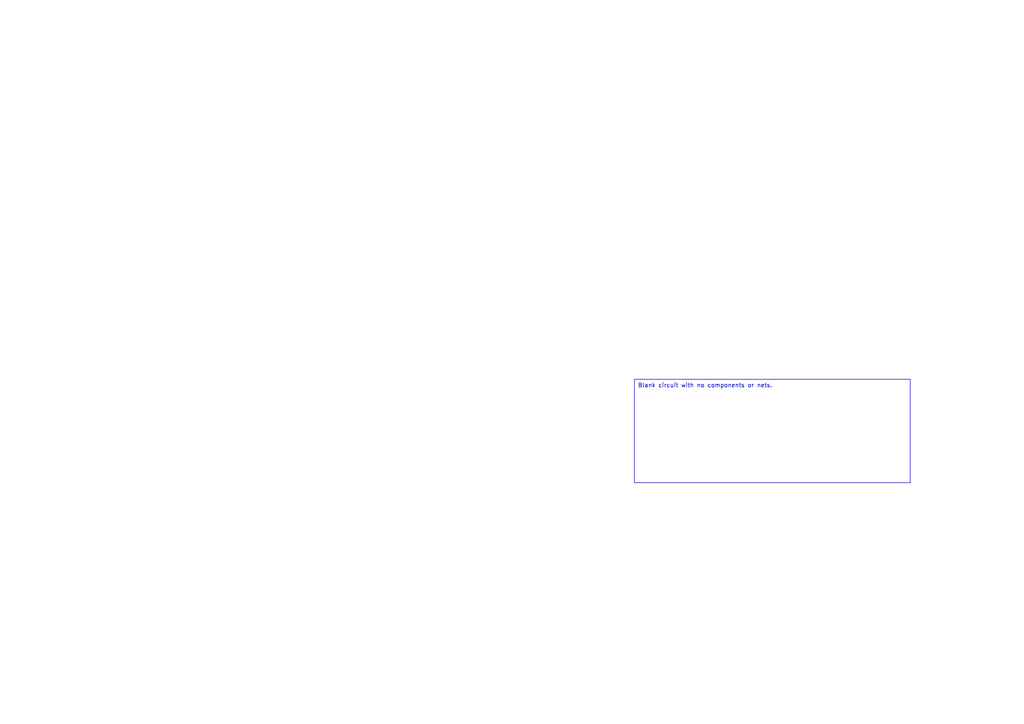
<source format=kicad_sch>
(kicad_sch
	(version 20250114)
	(generator "circuit_synth")
	(generator_version "0.8.36")
	(uuid "55c77ea0-927e-46c5-911f-fe63524c78d4")
	(paper "A4")
	(title_block
		(title "blank")
	)
	(lib_symbols)
	(text_box "Blank circuit with no components or nets."
		(exclude_from_sim no)
		(at 184 110 0)
		(size 80 30)
		(margins 1 1 1 1)
		(stroke
			(width 0.0000)
			(type solid)
		)
		(fill
			(type none)
		)
		(effects
			(font
				(size 1.2 1.2)
			)
			(justify left top)
		)
		(uuid "abd4a607-c69f-4c27-b498-3ff775c8ede8")
	)
	(sheet_instances
		(path "/"
			(page "1")
		)
	)
	(embedded_fonts no)
)

</source>
